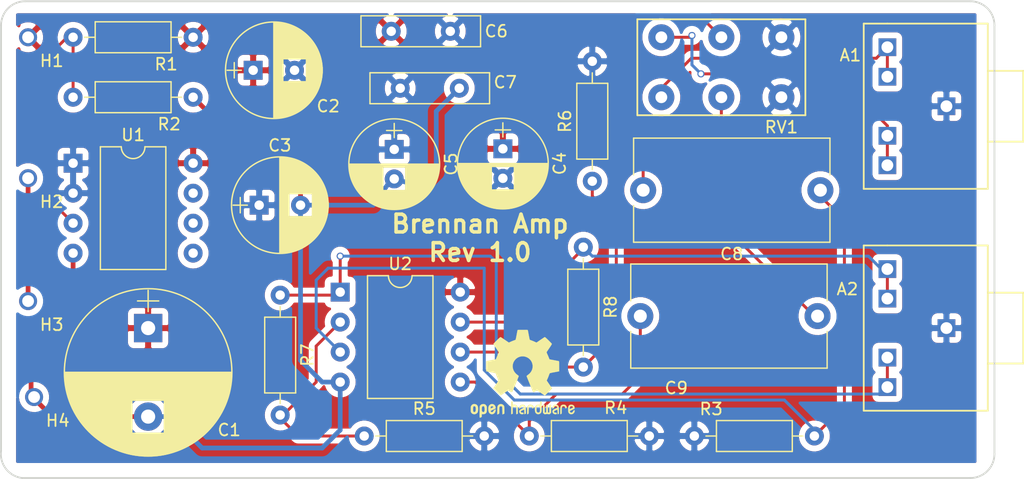
<source format=kicad_pcb>
(kicad_pcb (version 4) (host pcbnew 4.0.5)
  (layers (0 F.Cu signal) (31 B.Cu signal) (34 B.Paste user) (35 F.Paste user) (36 B.SilkS user) (37 F.SilkS user) (38 B.Mask user) (39 F.Mask user) (44 Edge.Cuts user))
  (net 0 "")
  (net 1 GND)
  (net 2 "Net-(A1-Pad2)")
  (net 3 "Net-(A1-Pad4)")
  (net 4 "Net-(A2-Pad2)")
  (net 5 "Net-(A2-Pad4)")
  (net 6 BATT_VDD)
  (net 7 BATT_VSS)
  (net 8 "Net-(C8-Pad1)")
  (net 9 "Net-(C8-Pad2)")
  (net 10 "Net-(C9-Pad1)")
  (net 11 "Net-(C9-Pad2)")
  (net 12 B)
  (net 13 "Net-(R1-Pad2)")
  (net 14 "Net-(R5-Pad1)")
  (net 15 "Net-(R6-Pad1)")
  (module my_libraries:Audio_Jack3.5mm (layer F.Cu) (at 187.96 110.744 180)
    (fp_text reference A1 (at 8.128 4.318 180) (layer F.SilkS))
    (fp_text value Audio_Jack3.5mm hide)
    (pad 1 thru_hole rect (at 0 0 180) (size 1.5 1.5) (drill 1) (layers *.Cu *.Mask) (net 1 GND))
    (pad 3 thru_hole rect (at 5 -2.5 180) (size 1.5 1.5) (drill 1) (layers *.Cu *.Mask) (net 2 "Net-(A1-Pad2)"))
    (pad 4 thru_hole rect (at 5 2.5 180) (size 1.5 1.5) (drill 1) (layers *.Cu *.Mask) (net 3 "Net-(A1-Pad4)"))
    (pad 2 thru_hole rect (at 5 -5 180) (size 1.5 1.5) (drill 1) (layers *.Cu *.Mask) (net 2 "Net-(A1-Pad2)"))
    (pad 5 thru_hole rect (at 5 5 180) (size 1.5 1.5) (drill 1) (layers *.Cu *.Mask) (net 3 "Net-(A1-Pad4)"))
  )
  (module Capacitors_THT:CP_Radial_D14.0mm_P7.50mm (layer F.Cu) (at 120.396 129.54 270)
    (fp_text reference C1 (at 8.636 -6.858 360) (layer F.SilkS))
    (fp_text value 1000uF)
    (pad 1 thru_hole rect (at 0 0 270) (size 2.4 2.4) (drill 1.2) (layers *.Cu *.Mask) (net 6 BATT_VDD))
    (pad 2 thru_hole circle (at 7.5 0 270) (size 2.4 2.4) (drill 1.2) (layers *.Cu *.Mask) (net 7 BATT_VSS))
  )
  (module Capacitors_THT:CP_Radial_D8.0mm_P3.50mm (layer F.Cu) (at 129.286 107.696)
    (fp_text reference C2 (at 6.35 3.048) (layer F.SilkS))
    (fp_text value 100uF)
    (pad 1 thru_hole rect (at 0 0) (size 1.6 1.6) (drill 0.8) (layers *.Cu *.Mask) (net 6 BATT_VDD))
    (pad 2 thru_hole circle (at 3.5 0) (size 1.6 1.6) (drill 0.8) (layers *.Cu *.Mask) (net 1 GND))
  )
  (module Capacitors_THT:CP_Radial_D8.0mm_P3.50mm (layer F.Cu) (at 129.794 119.126)
    (fp_text reference C3 (at 1.75 -5.06) (layer F.SilkS))
    (fp_text value 100uF)
    (pad 1 thru_hole rect (at 0 0) (size 1.6 1.6) (drill 0.8) (layers *.Cu *.Mask) (net 1 GND))
    (pad 2 thru_hole circle (at 3.5 0) (size 1.6 1.6) (drill 0.8) (layers *.Cu *.Mask) (net 7 BATT_VSS))
  )
  (module Capacitors_THT:C_Disc_D10.0mm_W2.5mm_P5.00mm (layer F.Cu) (at 140.97 104.394)
    (fp_text reference C6 (at 8.89 0) (layer F.SilkS))
    (fp_text value 100pF)
    (pad 1 thru_hole circle (at 0 0) (size 1.6 1.6) (drill 0.8) (layers *.Cu *.Mask) (net 6 BATT_VDD))
    (pad 2 thru_hole circle (at 5 0) (size 1.6 1.6) (drill 0.8) (layers *.Cu *.Mask) (net 1 GND))
  )
  (module Capacitors_THT:C_Disc_D10.0mm_W2.5mm_P5.00mm (layer F.Cu) (at 141.732 109.22)
    (fp_text reference C7 (at 8.89 -0.508) (layer F.SilkS))
    (fp_text value 100pF)
    (pad 1 thru_hole circle (at 0 0) (size 1.6 1.6) (drill 0.8) (layers *.Cu *.Mask) (net 1 GND))
    (pad 2 thru_hole circle (at 5 0) (size 1.6 1.6) (drill 0.8) (layers *.Cu *.Mask) (net 7 BATT_VSS))
  )
  (module Capacitors_THT:C_Rect_L16.5mm_W8.7mm_P15.00mm_MKT (layer F.Cu) (at 177.292 117.856 180)
    (fp_text reference C8 (at 7.5 -5.41 180) (layer F.SilkS))
    (fp_text value 0.47uF)
    (pad 1 thru_hole circle (at 0 0 180) (size 2.2 2.2) (drill 1.1) (layers *.Cu *.Mask) (net 8 "Net-(C8-Pad1)"))
    (pad 2 thru_hole circle (at 15 0 180) (size 2.2 2.2) (drill 1.1) (layers *.Cu *.Mask) (net 9 "Net-(C8-Pad2)"))
  )
  (module Capacitors_THT:C_Rect_L16.5mm_W8.7mm_P15.00mm_MKT (layer F.Cu) (at 162.052 128.524)
    (fp_text reference C9 (at 3.048 6.096) (layer F.SilkS))
    (fp_text value 0.47uF)
    (pad 1 thru_hole circle (at 0 0) (size 2.2 2.2) (drill 1.1) (layers *.Cu *.Mask) (net 10 "Net-(C9-Pad1)"))
    (pad 2 thru_hole circle (at 15 0) (size 2.2 2.2) (drill 1.1) (layers *.Cu *.Mask) (net 11 "Net-(C9-Pad2)"))
  )
  (module hole:Hole (layer F.Cu) (at 110.236 104.902)
    (fp_text reference H1 (at 2 2) (layer F.SilkS))
    (fp_text value Hole hide)
    (pad 1 thru_hole circle (at 0 0) (size 1.524 1.524) (drill 1) (layers *.Cu *.Mask) (net 6 BATT_VDD))
  )
  (module hole:Hole (layer F.Cu) (at 110.236 116.84)
    (fp_text reference H2 (at 2 2) (layer F.SilkS))
    (fp_text value Hole hide)
    (pad 1 thru_hole circle (at 0 0) (size 1.524 1.524) (drill 1) (layers *.Cu *.Mask) (net 12 B))
  )
  (module hole:Hole (layer F.Cu) (at 110.236 127.254)
    (fp_text reference H3 (at 2 2) (layer F.SilkS))
    (fp_text value Hole hide)
    (pad 1 thru_hole circle (at 0 0) (size 1.524 1.524) (drill 1) (layers *.Cu *.Mask) (net 12 B))
  )
  (module hole:Hole (layer F.Cu) (at 110.744 135.382)
    (fp_text reference H4 (at 2 2) (layer F.SilkS))
    (fp_text value Hole hide)
    (pad 1 thru_hole circle (at 0 0) (size 1.524 1.524) (drill 1) (layers *.Cu *.Mask) (net 7 BATT_VSS))
  )
  (module Resistors_THT:R_Axial_DIN0207_L6.3mm_D2.5mm_P10.16mm_Horizontal (layer F.Cu) (at 124.206 104.902 180)
    (fp_text reference R1 (at 2.286 -2.286 180) (layer F.SilkS))
    (fp_text value 220k)
    (pad 1 thru_hole circle (at 0 0 180) (size 1.6 1.6) (drill 0.8) (layers *.Cu *.Mask) (net 6 BATT_VDD))
    (pad 2 thru_hole oval (at 10.16 0 180) (size 1.6 1.6) (drill 0.8) (layers *.Cu *.Mask) (net 13 "Net-(R1-Pad2)"))
  )
  (module Resistors_THT:R_Axial_DIN0207_L6.3mm_D2.5mm_P10.16mm_Horizontal (layer F.Cu) (at 114.046 109.982)
    (fp_text reference R2 (at 8.128 2.286) (layer F.SilkS))
    (fp_text value 220k)
    (pad 1 thru_hole circle (at 0 0) (size 1.6 1.6) (drill 0.8) (layers *.Cu *.Mask) (net 13 "Net-(R1-Pad2)"))
    (pad 2 thru_hole oval (at 10.16 0) (size 1.6 1.6) (drill 0.8) (layers *.Cu *.Mask) (net 7 BATT_VSS))
  )
  (module Resistors_THT:R_Axial_DIN0207_L6.3mm_D2.5mm_P10.16mm_Horizontal (layer F.Cu) (at 176.784 138.684 180)
    (fp_text reference R3 (at 8.7376 2.286 360) (layer F.SilkS))
    (fp_text value 100k)
    (pad 1 thru_hole circle (at 0 0 180) (size 1.6 1.6) (drill 0.8) (layers *.Cu *.Mask) (net 8 "Net-(C8-Pad1)"))
    (pad 2 thru_hole oval (at 10.16 0 180) (size 1.6 1.6) (drill 0.8) (layers *.Cu *.Mask) (net 1 GND))
  )
  (module Resistors_THT:R_Axial_DIN0207_L6.3mm_D2.5mm_P10.16mm_Horizontal (layer F.Cu) (at 152.654 138.684)
    (fp_text reference R4 (at 7.3152 -2.3876) (layer F.SilkS))
    (fp_text value 100k)
    (pad 1 thru_hole circle (at 0 0) (size 1.6 1.6) (drill 0.8) (layers *.Cu *.Mask) (net 10 "Net-(C9-Pad1)"))
    (pad 2 thru_hole oval (at 10.16 0) (size 1.6 1.6) (drill 0.8) (layers *.Cu *.Mask) (net 1 GND))
  )
  (module Resistors_THT:R_Axial_DIN0207_L6.3mm_D2.5mm_P10.16mm_Horizontal (layer F.Cu) (at 138.684 138.684)
    (fp_text reference R5 (at 5.08 -2.31) (layer F.SilkS))
    (fp_text value 1k)
    (pad 1 thru_hole circle (at 0 0) (size 1.6 1.6) (drill 0.8) (layers *.Cu *.Mask) (net 14 "Net-(R5-Pad1)"))
    (pad 2 thru_hole oval (at 10.16 0) (size 1.6 1.6) (drill 0.8) (layers *.Cu *.Mask) (net 1 GND))
  )
  (module Resistors_THT:R_Axial_DIN0207_L6.3mm_D2.5mm_P10.16mm_Horizontal (layer F.Cu) (at 157.988 117.094 90)
    (fp_text reference R6 (at 5.08 -2.31 90) (layer F.SilkS))
    (fp_text value 1k)
    (pad 1 thru_hole circle (at 0 0 90) (size 1.6 1.6) (drill 0.8) (layers *.Cu *.Mask) (net 15 "Net-(R6-Pad1)"))
    (pad 2 thru_hole oval (at 10.16 0 90) (size 1.6 1.6) (drill 0.8) (layers *.Cu *.Mask) (net 1 GND))
  )
  (module Resistors_THT:R_Axial_DIN0207_L6.3mm_D2.5mm_P10.16mm_Horizontal (layer F.Cu) (at 131.572 126.746 270)
    (fp_text reference R7 (at 5.08 -2.31 270) (layer F.SilkS))
    (fp_text value 4.7k)
    (pad 1 thru_hole circle (at 0 0 270) (size 1.6 1.6) (drill 0.8) (layers *.Cu *.Mask) (net 4 "Net-(A2-Pad2)"))
    (pad 2 thru_hole oval (at 10.16 0 270) (size 1.6 1.6) (drill 0.8) (layers *.Cu *.Mask) (net 14 "Net-(R5-Pad1)"))
  )
  (module Resistors_THT:R_Axial_DIN0207_L6.3mm_D2.5mm_P10.16mm_Horizontal (layer F.Cu) (at 157.226 122.682 270)
    (fp_text reference R8 (at 5.08 -2.31 270) (layer F.SilkS))
    (fp_text value 4.7k)
    (pad 1 thru_hole circle (at 0 0 270) (size 1.6 1.6) (drill 0.8) (layers *.Cu *.Mask) (net 5 "Net-(A2-Pad4)"))
    (pad 2 thru_hole oval (at 10.16 0 270) (size 1.6 1.6) (drill 0.8) (layers *.Cu *.Mask) (net 15 "Net-(R6-Pad1)"))
  )
  (module Housings_DIP:DIP-8_W10.16mm (layer F.Cu) (at 114.046 115.57)
    (fp_text reference U1 (at 5.08 -2.39) (layer F.SilkS))
    (fp_text value LF412)
    (pad 1 thru_hole rect (at 0 0) (size 1.6 1.6) (drill 0.8) (layers *.Cu *.Mask) (net 1 GND))
    (pad 5 thru_hole oval (at 10.16 7.62) (size 1.6 1.6) (drill 0.8) (layers *.Cu *.Mask))
    (pad 2 thru_hole oval (at 0 2.54) (size 1.6 1.6) (drill 0.8) (layers *.Cu *.Mask) (net 1 GND))
    (pad 6 thru_hole oval (at 10.16 5.08) (size 1.6 1.6) (drill 0.8) (layers *.Cu *.Mask))
    (pad 3 thru_hole oval (at 0 5.08) (size 1.6 1.6) (drill 0.8) (layers *.Cu *.Mask) (net 13 "Net-(R1-Pad2)"))
    (pad 7 thru_hole oval (at 10.16 2.54) (size 1.6 1.6) (drill 0.8) (layers *.Cu *.Mask))
    (pad 4 thru_hole oval (at 0 7.62) (size 1.6 1.6) (drill 0.8) (layers *.Cu *.Mask) (net 7 BATT_VSS))
    (pad 8 thru_hole oval (at 10.16 0) (size 1.6 1.6) (drill 0.8) (layers *.Cu *.Mask) (net 6 BATT_VDD))
  )
  (module Housings_DIP:DIP-8_W10.16mm (layer F.Cu) (at 136.652 126.492)
    (fp_text reference U2 (at 5.08 -2.39) (layer F.SilkS))
    (fp_text value OPA213PA)
    (pad 1 thru_hole rect (at 0 0) (size 1.6 1.6) (drill 0.8) (layers *.Cu *.Mask) (net 4 "Net-(A2-Pad2)"))
    (pad 5 thru_hole oval (at 10.16 7.62) (size 1.6 1.6) (drill 0.8) (layers *.Cu *.Mask) (net 10 "Net-(C9-Pad1)"))
    (pad 2 thru_hole oval (at 0 2.54) (size 1.6 1.6) (drill 0.8) (layers *.Cu *.Mask) (net 14 "Net-(R5-Pad1)"))
    (pad 6 thru_hole oval (at 10.16 5.08) (size 1.6 1.6) (drill 0.8) (layers *.Cu *.Mask) (net 15 "Net-(R6-Pad1)"))
    (pad 3 thru_hole oval (at 0 5.08) (size 1.6 1.6) (drill 0.8) (layers *.Cu *.Mask) (net 8 "Net-(C8-Pad1)"))
    (pad 7 thru_hole oval (at 10.16 2.54) (size 1.6 1.6) (drill 0.8) (layers *.Cu *.Mask) (net 5 "Net-(A2-Pad4)"))
    (pad 4 thru_hole oval (at 0 7.62) (size 1.6 1.6) (drill 0.8) (layers *.Cu *.Mask) (net 7 BATT_VSS))
    (pad 8 thru_hole oval (at 10.16 0) (size 1.6 1.6) (drill 0.8) (layers *.Cu *.Mask) (net 6 BATT_VDD))
  )
  (module my_libraries:Audio_Jack3.5mm (layer F.Cu) (at 187.96 129.54 180)
    (fp_text reference A2 (at 8.382 3.302 180) (layer F.SilkS))
    (fp_text value Audio_Jack3.5mm hide)
    (pad 1 thru_hole rect (at 0 0 180) (size 1.5 1.5) (drill 1) (layers *.Cu *.Mask) (net 1 GND))
    (pad 3 thru_hole rect (at 5 -2.5 180) (size 1.5 1.5) (drill 1) (layers *.Cu *.Mask) (net 4 "Net-(A2-Pad2)"))
    (pad 4 thru_hole rect (at 5 2.5 180) (size 1.5 1.5) (drill 1) (layers *.Cu *.Mask) (net 5 "Net-(A2-Pad4)"))
    (pad 2 thru_hole rect (at 5 -5 180) (size 1.5 1.5) (drill 1) (layers *.Cu *.Mask) (net 4 "Net-(A2-Pad2)"))
    (pad 5 thru_hole rect (at 5 5 180) (size 1.5 1.5) (drill 1) (layers *.Cu *.Mask) (net 5 "Net-(A2-Pad4)"))
  )
  (module Capacitors_THT:CP_Radial_D7.5mm_P2.50mm (layer F.Cu) (at 141.224 114.4016 270)
    (fp_text reference C5 (at 1.25 -4.81 270) (layer F.SilkS))
    (fp_text value 0.1uF)
    (pad 1 thru_hole rect (at 0 0 270) (size 1.6 1.6) (drill 0.8) (layers *.Cu *.Mask) (net 1 GND))
    (pad 2 thru_hole circle (at 2.5 0 270) (size 1.6 1.6) (drill 0.8) (layers *.Cu *.Mask) (net 7 BATT_VSS))
  )
  (module Capacitors_THT:CP_Radial_D7.5mm_P2.50mm (layer F.Cu) (at 150.4188 114.3508 270)
    (fp_text reference C4 (at 1.25 -4.81 270) (layer F.SilkS))
    (fp_text value 0.1uF)
    (pad 1 thru_hole rect (at 0 0 270) (size 1.6 1.6) (drill 0.8) (layers *.Cu *.Mask) (net 6 BATT_VDD))
    (pad 2 thru_hole circle (at 2.5 0 270) (size 1.6 1.6) (drill 0.8) (layers *.Cu *.Mask) (net 1 GND))
  )
  (module Symbols:OSHW-Logo2_9.8x8mm_SilkScreen (layer F.Cu) (at 152.0952 133.4008)
    (fp_text reference REF*** hide)
    (fp_text value OSHW-Logo2_9.8x8mm_SilkScreen hide)
  )
  (module pot:DualGanged_POT (layer F.Cu) (at 163.83 104.902)
    (fp_text reference RV1 (at 10.16 7.62) (layer F.SilkS))
    (fp_text value 10k hide)
    (pad 1 thru_hole circle (at 0 0) (size 2.2 2.2) (drill 1) (layers *.Cu *.Mask) (net 2 "Net-(A1-Pad2)"))
    (pad 2 thru_hole circle (at 5.08 0) (size 2.2 2.2) (drill 1) (layers *.Cu *.Mask) (net 9 "Net-(C8-Pad2)"))
    (pad 3 thru_hole circle (at 10.16 0) (size 2.2 2.2) (drill 1) (layers *.Cu *.Mask) (net 1 GND))
    (pad 6 thru_hole circle (at 10.16 5.08) (size 2.2 2.2) (drill 1) (layers *.Cu *.Mask) (net 1 GND))
    (pad 5 thru_hole circle (at 5.08 5.08) (size 2.2 2.2) (drill 1) (layers *.Cu *.Mask) (net 11 "Net-(C9-Pad2)"))
    (pad 4 thru_hole circle (at 0 5.08) (size 2.2 2.2) (drill 1) (layers *.Cu *.Mask) (net 3 "Net-(A1-Pad4)"))
  )
  (gr_line (start 109.728 142.24) (end 189.992 142.24) (angle 90) (layer Edge.Cuts) (width 0.15))
  (gr_line (start 107.95 139.954) (end 107.95 103.886) (angle 90) (layer Edge.Cuts) (width 0.15))
  (gr_line (start 189.992 101.854) (end 109.982 101.854) (angle 90) (layer Edge.Cuts) (width 0.15))
  (gr_line (start 192.024 140.208) (end 192.024 103.886) (angle 90) (layer Edge.Cuts) (width 0.15))
  (gr_arc (start 109.982 103.886) (end 107.95 103.886) (angle 90) (layer Edge.Cuts) (width 0.15))
  (gr_arc (start 109.982 140.208) (end 109.728 142.24) (angle 90) (layer Edge.Cuts) (width 0.15))
  (gr_arc (start 189.992 140.208) (end 192.024 140.208) (angle 90) (layer Edge.Cuts) (width 0.15))
  (gr_arc (start 189.992 103.886) (end 189.992 101.854) (angle 90) (layer Edge.Cuts) (width 0.15))
  (gr_text "Brennan Amp\nRev 1.0" (at 148.4884 121.92) (layer F.SilkS) (effects (font (size 1.5 1.5) (thickness 0.3))))
  (segment (start 182.96 113.244) (end 182.96 112.3988) (width 0.25) (layer F.Cu) (net 2))
  (segment (start 166.2684 104.902) (end 163.83 104.902) (width 0.25) (layer F.Cu) (net 2))
  (segment (start 166.4208 104.7496) (end 166.2684 104.902) (width 0.25) (layer F.Cu) (net 2))
  (via (at 166.4208 104.7496) (size 0.6) (drill 0.4) (layers F.Cu B.Cu) (net 2))
  (segment (start 166.4208 107.2388) (end 166.4208 104.7496) (width 0.25) (layer B.Cu) (net 2))
  (segment (start 167.1828 108.0008) (end 166.4208 107.2388) (width 0.25) (layer B.Cu) (net 2))
  (via (at 167.1828 108.0008) (size 0.6) (drill 0.4) (layers F.Cu B.Cu) (net 2))
  (segment (start 178.562 108.0008) (end 167.1828 108.0008) (width 0.25) (layer F.Cu) (net 2))
  (segment (start 182.96 112.3988) (end 178.562 108.0008) (width 0.25) (layer F.Cu) (net 2))
  (segment (start 163.83 105.41) (end 163.83 104.902) (width 0.25) (layer F.Cu) (net 2))
  (segment (start 182.96 113.244) (end 182.96 115.744) (width 0.25) (layer F.Cu) (net 2))
  (segment (start 163.83 109.982) (end 163.83 109.22) (width 0.25) (layer F.Cu) (net 3))
  (segment (start 163.83 109.22) (end 166.37 106.68) (width 0.25) (layer F.Cu) (net 3))
  (segment (start 166.37 106.68) (end 182.024 106.68) (width 0.25) (layer F.Cu) (net 3))
  (segment (start 182.024 106.68) (end 182.96 105.744) (width 0.25) (layer F.Cu) (net 3))
  (segment (start 182.96 108.244) (end 182.96 105.744) (width 0.25) (layer F.Cu) (net 3))
  (segment (start 136.652 126.492) (end 136.652 123.444) (width 0.25) (layer F.Cu) (net 4))
  (segment (start 151.892 135.128) (end 182.372 135.128) (width 0.25) (layer B.Cu) (net 4))
  (segment (start 149.86 133.096) (end 151.892 135.128) (width 0.25) (layer B.Cu) (net 4))
  (segment (start 149.86 123.952) (end 149.86 133.096) (width 0.25) (layer B.Cu) (net 4))
  (segment (start 149.352 123.444) (end 149.86 123.952) (width 0.25) (layer B.Cu) (net 4))
  (segment (start 144.78 123.444) (end 149.352 123.444) (width 0.25) (layer B.Cu) (net 4))
  (segment (start 136.652 123.444) (end 144.78 123.444) (width 0.25) (layer B.Cu) (net 4))
  (via (at 136.652 123.444) (size 0.6) (drill 0.4) (layers F.Cu B.Cu) (net 4))
  (segment (start 182.372 135.128) (end 182.96 134.54) (width 0.25) (layer B.Cu) (net 4))
  (segment (start 182.96 134.54) (end 182.96 132.04) (width 0.25) (layer F.Cu) (net 4))
  (segment (start 131.572 126.746) (end 136.398 126.746) (width 0.25) (layer F.Cu) (net 4))
  (segment (start 136.398 126.746) (end 136.652 126.492) (width 0.25) (layer F.Cu) (net 4))
  (segment (start 182.96 124.54) (end 182.452 124.54) (width 0.25) (layer B.Cu) (net 5))
  (segment (start 182.452 124.54) (end 181.356 123.444) (width 0.25) (layer B.Cu) (net 5))
  (segment (start 157.988 123.444) (end 157.226 122.682) (width 0.25) (layer B.Cu) (net 5))
  (segment (start 181.356 123.444) (end 157.988 123.444) (width 0.25) (layer B.Cu) (net 5))
  (segment (start 182.96 127.04) (end 182.96 124.54) (width 0.25) (layer F.Cu) (net 5))
  (segment (start 146.812 129.032) (end 151.003 129.032) (width 0.25) (layer F.Cu) (net 5))
  (segment (start 151.003 129.032) (end 157.226 122.809) (width 0.25) (layer F.Cu) (net 5))
  (segment (start 157.226 122.809) (end 157.226 122.682) (width 0.25) (layer F.Cu) (net 5))
  (segment (start 136.652 134.112) (end 135.128 134.112) (width 0.4) (layer B.Cu) (net 7))
  (segment (start 133.294 132.278) (end 133.294 119.126) (width 0.4) (layer B.Cu) (net 7))
  (segment (start 135.128 134.112) (end 133.294 132.278) (width 0.4) (layer B.Cu) (net 7))
  (segment (start 133.294 119.126) (end 139.446 119.126) (width 0.4) (layer B.Cu) (net 7))
  (segment (start 139.446 119.126) (end 141.01 116.9016) (width 0.4) (layer B.Cu) (net 7))
  (segment (start 141.01 116.9016) (end 141.224 116.9016) (width 0.4) (layer B.Cu) (net 7))
  (segment (start 141.224 116.9016) (end 143.55 117.562) (width 0.4) (layer B.Cu) (net 7))
  (segment (start 144.78 111.172) (end 146.732 109.22) (width 0.4) (layer B.Cu) (net 7))
  (segment (start 144.78 116.332) (end 144.78 111.172) (width 0.4) (layer B.Cu) (net 7))
  (segment (start 143.55 117.562) (end 144.78 116.332) (width 0.4) (layer B.Cu) (net 7))
  (segment (start 120.396 137.04) (end 122.308 137.04) (width 0.4) (layer B.Cu) (net 7))
  (segment (start 136.652 138.176) (end 136.652 134.112) (width 0.4) (layer B.Cu) (net 7))
  (segment (start 135.128 139.7) (end 136.652 138.176) (width 0.4) (layer B.Cu) (net 7))
  (segment (start 124.968 139.7) (end 135.128 139.7) (width 0.4) (layer B.Cu) (net 7))
  (segment (start 122.308 137.04) (end 124.968 139.7) (width 0.4) (layer B.Cu) (net 7))
  (segment (start 114.046 123.19) (end 114.046 126.746) (width 0.4) (layer F.Cu) (net 7))
  (segment (start 110.49 130.302) (end 110.49 135.128) (width 0.4) (layer F.Cu) (net 7))
  (segment (start 114.046 126.746) (end 110.49 130.302) (width 0.4) (layer F.Cu) (net 7))
  (segment (start 110.49 135.128) (end 110.744 135.382) (width 0.4) (layer F.Cu) (net 7))
  (segment (start 110.744 135.382) (end 110.744 135.509) (width 0.4) (layer F.Cu) (net 7))
  (segment (start 110.744 135.509) (end 112.275 137.04) (width 0.4) (layer F.Cu) (net 7))
  (segment (start 112.275 137.04) (end 120.396 137.04) (width 0.4) (layer F.Cu) (net 7))
  (segment (start 133.294 119.126) (end 133.294 118.054) (width 0.4) (layer F.Cu) (net 7))
  (segment (start 133.294 118.054) (end 128.27 113.03) (width 0.4) (layer F.Cu) (net 7))
  (segment (start 128.27 113.03) (end 127.254 113.03) (width 0.4) (layer F.Cu) (net 7))
  (segment (start 127.254 113.03) (end 124.206 109.982) (width 0.4) (layer F.Cu) (net 7))
  (segment (start 176.784 138.684) (end 176.784 138.176) (width 0.25) (layer B.Cu) (net 8))
  (segment (start 176.784 138.176) (end 174.244 135.636) (width 0.25) (layer B.Cu) (net 8))
  (segment (start 134.62 129.54) (end 136.652 131.572) (width 0.25) (layer B.Cu) (net 8))
  (segment (start 134.62 125.476) (end 134.62 129.54) (width 0.25) (layer B.Cu) (net 8))
  (segment (start 135.636 124.46) (end 134.62 125.476) (width 0.25) (layer B.Cu) (net 8))
  (segment (start 148.844 124.46) (end 135.636 124.46) (width 0.25) (layer B.Cu) (net 8))
  (segment (start 148.844 133.096) (end 148.844 124.46) (width 0.25) (layer B.Cu) (net 8))
  (segment (start 151.384 135.636) (end 148.844 133.096) (width 0.25) (layer B.Cu) (net 8))
  (segment (start 174.244 135.636) (end 151.384 135.636) (width 0.25) (layer B.Cu) (net 8))
  (segment (start 176.784 138.684) (end 179.324 136.144) (width 0.25) (layer F.Cu) (net 8))
  (segment (start 179.324 120.396) (end 177.292 118.364) (width 0.25) (layer F.Cu) (net 8))
  (segment (start 179.324 136.144) (end 179.324 120.396) (width 0.25) (layer F.Cu) (net 8))
  (segment (start 177.292 118.364) (end 177.292 117.856) (width 0.25) (layer F.Cu) (net 8))
  (segment (start 162.292 117.856) (end 162.292 112.508) (width 0.25) (layer F.Cu) (net 9))
  (segment (start 167.132 103.124) (end 168.91 104.902) (width 0.25) (layer F.Cu) (net 9))
  (segment (start 162.56 103.124) (end 167.132 103.124) (width 0.25) (layer F.Cu) (net 9))
  (segment (start 160.528 105.156) (end 162.56 103.124) (width 0.25) (layer F.Cu) (net 9))
  (segment (start 160.528 110.744) (end 160.528 105.156) (width 0.25) (layer F.Cu) (net 9))
  (segment (start 162.292 112.508) (end 160.528 110.744) (width 0.25) (layer F.Cu) (net 9))
  (segment (start 146.812 134.112) (end 148.082 134.112) (width 0.25) (layer F.Cu) (net 10))
  (segment (start 148.082 134.112) (end 152.654 138.684) (width 0.25) (layer F.Cu) (net 10))
  (segment (start 162.052 128.524) (end 162.052 133.604) (width 0.25) (layer F.Cu) (net 10))
  (segment (start 152.654 137.414) (end 152.654 138.684) (width 0.25) (layer F.Cu) (net 10))
  (segment (start 154.94 135.128) (end 152.654 137.414) (width 0.25) (layer F.Cu) (net 10))
  (segment (start 160.528 135.128) (end 154.94 135.128) (width 0.25) (layer F.Cu) (net 10))
  (segment (start 162.052 133.604) (end 160.528 135.128) (width 0.25) (layer F.Cu) (net 10))
  (segment (start 168.91 109.982) (end 168.91 120.65) (width 0.25) (layer F.Cu) (net 11))
  (segment (start 168.91 120.65) (end 176.784 128.524) (width 0.25) (layer F.Cu) (net 11))
  (segment (start 176.784 128.524) (end 177.052 128.524) (width 0.25) (layer F.Cu) (net 11))
  (segment (start 110.236 116.84) (end 110.236 127.254) (width 0.4) (layer F.Cu) (net 12))
  (segment (start 114.046 109.982) (end 114.046 104.902) (width 0.25) (layer F.Cu) (net 13))
  (segment (start 114.046 104.902) (end 113.538 104.902) (width 0.25) (layer F.Cu) (net 13))
  (segment (start 113.538 104.902) (end 111.76 106.68) (width 0.25) (layer F.Cu) (net 13))
  (segment (start 111.76 106.68) (end 111.76 118.364) (width 0.25) (layer F.Cu) (net 13))
  (segment (start 111.76 118.364) (end 114.046 120.65) (width 0.25) (layer F.Cu) (net 13))
  (segment (start 131.572 136.906) (end 131.826 136.906) (width 0.25) (layer F.Cu) (net 14))
  (segment (start 131.826 136.906) (end 134.62 134.112) (width 0.25) (layer F.Cu) (net 14))
  (segment (start 134.62 131.064) (end 136.652 129.032) (width 0.25) (layer F.Cu) (net 14))
  (segment (start 134.62 134.112) (end 134.62 131.064) (width 0.25) (layer F.Cu) (net 14))
  (segment (start 131.572 136.906) (end 131.572 137.16) (width 0.25) (layer F.Cu) (net 14))
  (segment (start 131.572 137.16) (end 133.096 138.684) (width 0.25) (layer F.Cu) (net 14))
  (segment (start 133.096 138.684) (end 138.684 138.684) (width 0.25) (layer F.Cu) (net 14))
  (segment (start 157.988 117.094) (end 157.988 118.364) (width 0.25) (layer F.Cu) (net 15))
  (segment (start 160.02 130.048) (end 157.226 132.842) (width 0.25) (layer F.Cu) (net 15))
  (segment (start 160.02 120.396) (end 160.02 130.048) (width 0.25) (layer F.Cu) (net 15))
  (segment (start 157.988 118.364) (end 160.02 120.396) (width 0.25) (layer F.Cu) (net 15))
  (segment (start 146.812 131.572) (end 153.924 131.572) (width 0.25) (layer F.Cu) (net 15))
  (segment (start 155.194 132.842) (end 157.226 132.842) (width 0.25) (layer F.Cu) (net 15))
  (segment (start 153.924 131.572) (end 155.194 132.842) (width 0.25) (layer F.Cu) (net 15))
  (zone (net 6) (net_name BATT_VDD) (layer F.Cu) (connect_pads (clearance 0.508)) (min_thickness 0.254) (fill yes (arc_segments 32) (thermal_gap 0.508) (thermal_bridge_width 0.508))
    (polygon (pts (xy 109.22 140.97) (xy 109.22 102.87) (xy 190.5 102.87) (xy 190.5 140.97) (xy 189.23 140.97)))
  )
  (zone (net 1) (net_name GND) (layer B.Cu) (connect_pads (clearance 0.508)) (min_thickness 0.254) (fill yes (arc_segments 32) (thermal_gap 0.508) (thermal_bridge_width 0.508))
    (polygon (pts (xy 109.22 140.97) (xy 109.22 102.87) (xy 190.5 102.87) (xy 190.5 140.97) (xy 189.865 140.97)))
  )
)
</source>
